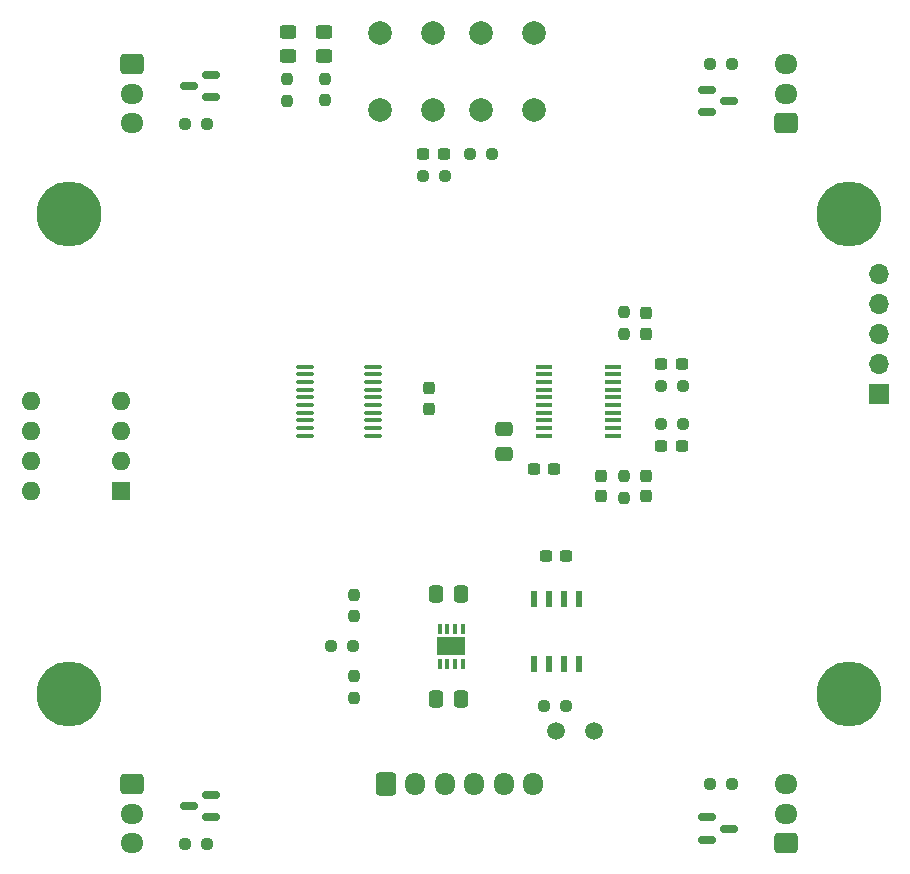
<source format=gts>
G04 #@! TF.GenerationSoftware,KiCad,Pcbnew,7.0.7*
G04 #@! TF.CreationDate,2024-10-01T17:01:24-05:00*
G04 #@! TF.ProjectId,corner-board,636f726e-6572-42d6-926f-6172642e6b69,rev?*
G04 #@! TF.SameCoordinates,Original*
G04 #@! TF.FileFunction,Soldermask,Top*
G04 #@! TF.FilePolarity,Negative*
%FSLAX46Y46*%
G04 Gerber Fmt 4.6, Leading zero omitted, Abs format (unit mm)*
G04 Created by KiCad (PCBNEW 7.0.7) date 2024-10-01 17:01:24*
%MOMM*%
%LPD*%
G01*
G04 APERTURE LIST*
G04 Aperture macros list*
%AMRoundRect*
0 Rectangle with rounded corners*
0 $1 Rounding radius*
0 $2 $3 $4 $5 $6 $7 $8 $9 X,Y pos of 4 corners*
0 Add a 4 corners polygon primitive as box body*
4,1,4,$2,$3,$4,$5,$6,$7,$8,$9,$2,$3,0*
0 Add four circle primitives for the rounded corners*
1,1,$1+$1,$2,$3*
1,1,$1+$1,$4,$5*
1,1,$1+$1,$6,$7*
1,1,$1+$1,$8,$9*
0 Add four rect primitives between the rounded corners*
20,1,$1+$1,$2,$3,$4,$5,0*
20,1,$1+$1,$4,$5,$6,$7,0*
20,1,$1+$1,$6,$7,$8,$9,0*
20,1,$1+$1,$8,$9,$2,$3,0*%
G04 Aperture macros list end*
%ADD10C,1.500000*%
%ADD11RoundRect,0.237500X-0.237500X0.250000X-0.237500X-0.250000X0.237500X-0.250000X0.237500X0.250000X0*%
%ADD12RoundRect,0.237500X0.250000X0.237500X-0.250000X0.237500X-0.250000X-0.237500X0.250000X-0.237500X0*%
%ADD13RoundRect,0.150000X-0.587500X-0.150000X0.587500X-0.150000X0.587500X0.150000X-0.587500X0.150000X0*%
%ADD14RoundRect,0.250000X-0.450000X0.325000X-0.450000X-0.325000X0.450000X-0.325000X0.450000X0.325000X0*%
%ADD15RoundRect,0.250000X-0.600000X-0.725000X0.600000X-0.725000X0.600000X0.725000X-0.600000X0.725000X0*%
%ADD16O,1.700000X1.950000*%
%ADD17C,2.000000*%
%ADD18C,5.500000*%
%ADD19RoundRect,0.237500X-0.250000X-0.237500X0.250000X-0.237500X0.250000X0.237500X-0.250000X0.237500X0*%
%ADD20R,1.600000X1.600000*%
%ADD21O,1.600000X1.600000*%
%ADD22RoundRect,0.237500X-0.237500X0.300000X-0.237500X-0.300000X0.237500X-0.300000X0.237500X0.300000X0*%
%ADD23R,1.473200X0.355600*%
%ADD24R,0.558800X1.460500*%
%ADD25R,1.700000X1.700000*%
%ADD26O,1.700000X1.700000*%
%ADD27RoundRect,0.100000X-0.637500X-0.100000X0.637500X-0.100000X0.637500X0.100000X-0.637500X0.100000X0*%
%ADD28RoundRect,0.250000X0.337500X0.475000X-0.337500X0.475000X-0.337500X-0.475000X0.337500X-0.475000X0*%
%ADD29O,1.950000X1.700000*%
%ADD30RoundRect,0.250000X0.725000X-0.600000X0.725000X0.600000X-0.725000X0.600000X-0.725000X-0.600000X0*%
%ADD31RoundRect,0.150000X0.587500X0.150000X-0.587500X0.150000X-0.587500X-0.150000X0.587500X-0.150000X0*%
%ADD32RoundRect,0.237500X-0.300000X-0.237500X0.300000X-0.237500X0.300000X0.237500X-0.300000X0.237500X0*%
%ADD33RoundRect,0.237500X0.300000X0.237500X-0.300000X0.237500X-0.300000X-0.237500X0.300000X-0.237500X0*%
%ADD34RoundRect,0.250000X-0.725000X0.600000X-0.725000X-0.600000X0.725000X-0.600000X0.725000X0.600000X0*%
%ADD35RoundRect,0.250000X-0.475000X0.337500X-0.475000X-0.337500X0.475000X-0.337500X0.475000X0.337500X0*%
%ADD36RoundRect,0.237500X0.237500X-0.300000X0.237500X0.300000X-0.237500X0.300000X-0.237500X-0.300000X0*%
%ADD37R,2.400000X1.650000*%
%ADD38RoundRect,0.087500X-0.087500X0.337500X-0.087500X-0.337500X0.087500X-0.337500X0.087500X0.337500X0*%
%ADD39RoundRect,0.237500X0.237500X-0.250000X0.237500X0.250000X-0.237500X0.250000X-0.237500X-0.250000X0*%
G04 APERTURE END LIST*
D10*
X74930000Y-76835000D03*
X71755000Y-76835000D03*
D11*
X48960000Y-21662500D03*
X48960000Y-23487500D03*
D12*
X82470000Y-50800000D03*
X80645000Y-50800000D03*
D13*
X84485000Y-84140000D03*
X84485000Y-86040000D03*
X86360000Y-85090000D03*
D14*
X49030000Y-17635000D03*
X49030000Y-19685000D03*
D12*
X42187500Y-25400000D03*
X40362500Y-25400000D03*
D11*
X54610000Y-65300850D03*
X54610000Y-67125850D03*
D15*
X57310000Y-81280000D03*
D16*
X59810000Y-81280000D03*
X62310000Y-81280000D03*
X64810000Y-81280000D03*
X67310000Y-81280000D03*
X69810000Y-81280000D03*
D17*
X56805000Y-24205000D03*
X56805000Y-17705000D03*
X61305000Y-24205000D03*
X61305000Y-17705000D03*
D14*
X52070000Y-17635000D03*
X52070000Y-19685000D03*
D18*
X96520000Y-73660000D03*
D19*
X60505000Y-29845000D03*
X62330000Y-29845000D03*
D20*
X34915000Y-56505000D03*
D21*
X34915000Y-53965000D03*
X34915000Y-51425000D03*
X34915000Y-48885000D03*
X27295000Y-48885000D03*
X27295000Y-51425000D03*
X27295000Y-53965000D03*
X27295000Y-56505000D03*
D11*
X52135000Y-21582500D03*
X52135000Y-23407500D03*
D19*
X84812500Y-20320000D03*
X86637500Y-20320000D03*
D22*
X60960000Y-47805000D03*
X60960000Y-49530000D03*
D23*
X76581000Y-51820000D03*
X76581000Y-51169999D03*
X76581000Y-50520001D03*
X76581000Y-49869999D03*
X76581000Y-49220001D03*
X76581000Y-48570002D03*
X76581000Y-47920001D03*
X76581000Y-47270002D03*
X76581000Y-46620001D03*
X76581000Y-45970002D03*
X70739000Y-45970000D03*
X70739000Y-46619998D03*
X70739000Y-47269999D03*
X70739000Y-47919998D03*
X70739000Y-48569999D03*
X70739000Y-49219998D03*
X70739000Y-49869999D03*
X70739000Y-50519998D03*
X70739000Y-51169999D03*
X70739000Y-51819998D03*
D24*
X73660000Y-65671700D03*
X72390000Y-65671700D03*
X71120000Y-65671700D03*
X69850000Y-65671700D03*
X69850000Y-71120000D03*
X71120000Y-71120000D03*
X72390000Y-71120000D03*
X73660000Y-71120000D03*
D25*
X99060000Y-48260000D03*
D26*
X99060000Y-45720000D03*
X99060000Y-43180000D03*
X99060000Y-40640000D03*
X99060000Y-38100000D03*
D27*
X50477500Y-45970000D03*
X50477500Y-46620000D03*
X50477500Y-47270000D03*
X50477500Y-47920000D03*
X50477500Y-48570000D03*
X50477500Y-49220000D03*
X50477500Y-49870000D03*
X50477500Y-50520000D03*
X50477500Y-51170000D03*
X50477500Y-51820000D03*
X56202500Y-51820000D03*
X56202500Y-51170000D03*
X56202500Y-50520000D03*
X56202500Y-49870000D03*
X56202500Y-49220000D03*
X56202500Y-48570000D03*
X56202500Y-47920000D03*
X56202500Y-47270000D03*
X56202500Y-46620000D03*
X56202500Y-45970000D03*
D28*
X63670000Y-65220850D03*
X61595000Y-65220850D03*
D22*
X75565000Y-55245000D03*
X75565000Y-56970000D03*
D12*
X54530000Y-69665850D03*
X52705000Y-69665850D03*
D29*
X91165000Y-20360000D03*
X91165000Y-22860000D03*
D30*
X91165000Y-25360000D03*
D19*
X84812500Y-81280000D03*
X86637500Y-81280000D03*
D31*
X42515000Y-23175000D03*
X42515000Y-21275000D03*
X40640000Y-22225000D03*
D32*
X70892500Y-62045850D03*
X72617500Y-62045850D03*
D19*
X64492500Y-27940000D03*
X66317500Y-27940000D03*
D18*
X30480000Y-33020000D03*
D17*
X65355000Y-24205000D03*
X65355000Y-17705000D03*
X69855000Y-24205000D03*
X69855000Y-17705000D03*
D28*
X63670000Y-74110850D03*
X61595000Y-74110850D03*
D33*
X71575000Y-54610000D03*
X69850000Y-54610000D03*
D32*
X80645000Y-52705000D03*
X82370000Y-52705000D03*
D18*
X96520000Y-33020000D03*
D29*
X35835000Y-86320000D03*
X35835000Y-83820000D03*
D34*
X35835000Y-81320000D03*
D35*
X67310000Y-51265000D03*
X67310000Y-53340000D03*
D36*
X79375000Y-43180000D03*
X79375000Y-41455000D03*
D37*
X62865000Y-69665850D03*
D38*
X63840000Y-71115850D03*
X63190000Y-71115850D03*
X62540000Y-71115850D03*
X61890000Y-71115850D03*
X61890000Y-68215850D03*
X62540000Y-68215850D03*
X63190000Y-68215850D03*
X63840000Y-68215850D03*
D34*
X35835000Y-20360000D03*
D29*
X35835000Y-22860000D03*
X35835000Y-25360000D03*
D39*
X77470000Y-57070000D03*
X77470000Y-55245000D03*
D13*
X84485000Y-22545000D03*
X84485000Y-24445000D03*
X86360000Y-23495000D03*
D31*
X42515000Y-84135000D03*
X42515000Y-82235000D03*
X40640000Y-83185000D03*
D33*
X62230000Y-27940000D03*
X60505000Y-27940000D03*
D12*
X42187500Y-86360000D03*
X40362500Y-86360000D03*
X82470000Y-47625000D03*
X80645000Y-47625000D03*
D18*
X30480000Y-73660000D03*
D12*
X72577100Y-74745850D03*
X70752100Y-74745850D03*
D11*
X77470000Y-41355000D03*
X77470000Y-43180000D03*
X54610000Y-72205850D03*
X54610000Y-74030850D03*
D29*
X91165000Y-81320000D03*
X91165000Y-83820000D03*
D30*
X91165000Y-86320000D03*
D22*
X79375000Y-55245000D03*
X79375000Y-56970000D03*
D32*
X80645000Y-45720000D03*
X82370000Y-45720000D03*
M02*

</source>
